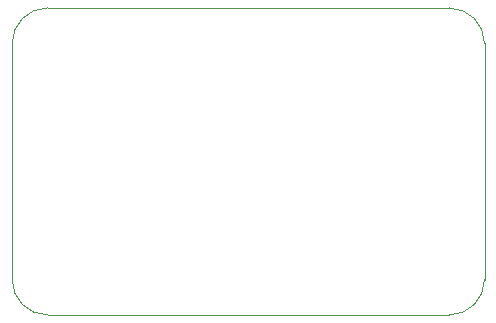
<source format=gbr>
%TF.GenerationSoftware,KiCad,Pcbnew,8.0.6*%
%TF.CreationDate,2024-11-14T10:44:02+01:00*%
%TF.ProjectId,dac_hat,6461635f-6861-4742-9e6b-696361645f70,0*%
%TF.SameCoordinates,Original*%
%TF.FileFunction,Profile,NP*%
%FSLAX46Y46*%
G04 Gerber Fmt 4.6, Leading zero omitted, Abs format (unit mm)*
G04 Created by KiCad (PCBNEW 8.0.6) date 2024-11-14 10:44:02*
%MOMM*%
%LPD*%
G01*
G04 APERTURE LIST*
%TA.AperFunction,Profile*%
%ADD10C,0.050000*%
%TD*%
G04 APERTURE END LIST*
D10*
X137000000Y-93000000D02*
X137000000Y-73000000D01*
X100000000Y-96000000D02*
X134000000Y-96000000D01*
X97000000Y-73000000D02*
X97000000Y-93000000D01*
X134000000Y-70000000D02*
X100000000Y-70000000D01*
X97000000Y-73000000D02*
G75*
G02*
X100000000Y-70000000I3000000J0D01*
G01*
X100000000Y-96000000D02*
G75*
G02*
X97000000Y-93000000I0J3000000D01*
G01*
X137000000Y-93000000D02*
G75*
G02*
X134000000Y-96000000I-3000000J0D01*
G01*
X134000000Y-70000000D02*
G75*
G02*
X137000000Y-73000000I0J-3000000D01*
G01*
M02*

</source>
